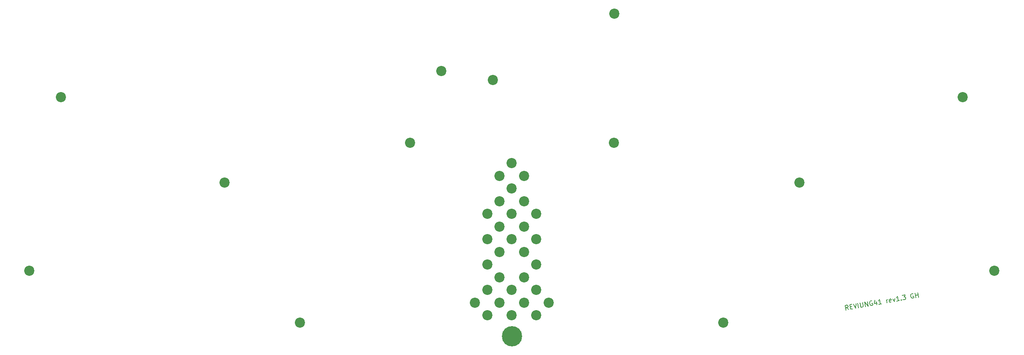
<source format=gts>
G04 #@! TF.GenerationSoftware,KiCad,Pcbnew,(5.1.9-0-10_14)*
G04 #@! TF.CreationDate,2021-05-25T11:07:59+09:00*
G04 #@! TF.ProjectId,pcb-top-plate,7063622d-746f-4702-9d70-6c6174652e6b,1.3*
G04 #@! TF.SameCoordinates,PX2faf080PY2faf080*
G04 #@! TF.FileFunction,Soldermask,Top*
G04 #@! TF.FilePolarity,Negative*
%FSLAX46Y46*%
G04 Gerber Fmt 4.6, Leading zero omitted, Abs format (unit mm)*
G04 Created by KiCad (PCBNEW (5.1.9-0-10_14)) date 2021-05-25 11:07:59*
%MOMM*%
%LPD*%
G01*
G04 APERTURE LIST*
%ADD10C,0.200000*%
%ADD11C,2.200000*%
%ADD12C,4.400000*%
G04 APERTURE END LIST*
D10*
X167786288Y-63021331D02*
X167375329Y-62610258D01*
X167223540Y-63120559D02*
X167049892Y-62135751D01*
X167425057Y-62069599D01*
X167527117Y-62099957D01*
X167582282Y-62138584D01*
X167645715Y-62224106D01*
X167670522Y-62364793D01*
X167640165Y-62466853D01*
X167601538Y-62522017D01*
X167516016Y-62585451D01*
X167140851Y-62651603D01*
X168117390Y-62431059D02*
X168445659Y-62373176D01*
X168677304Y-62864221D02*
X168208348Y-62946911D01*
X168034700Y-61962103D01*
X168503656Y-61879413D01*
X168785030Y-61829799D02*
X169286947Y-62756724D01*
X169441568Y-61714034D01*
X169943486Y-62640959D02*
X169769837Y-61656151D01*
X170238794Y-61573462D02*
X170379366Y-62370687D01*
X170442799Y-62456209D01*
X170497964Y-62494836D01*
X170600024Y-62525194D01*
X170787607Y-62492118D01*
X170873129Y-62428684D01*
X170911755Y-62373520D01*
X170942113Y-62271459D01*
X170801541Y-61474234D01*
X171444145Y-62376352D02*
X171270497Y-61391544D01*
X172006892Y-62277125D01*
X171833244Y-61292317D01*
X172826321Y-61165564D02*
X172724261Y-61135207D01*
X172583574Y-61160014D01*
X172451156Y-61231716D01*
X172373903Y-61342045D01*
X172343545Y-61444105D01*
X172329725Y-61639957D01*
X172354532Y-61780644D01*
X172434504Y-61959957D01*
X172497937Y-62045479D01*
X172608266Y-62122733D01*
X172757222Y-62144821D01*
X172851013Y-62128283D01*
X172983431Y-62056581D01*
X173022058Y-62001416D01*
X172964175Y-61673147D01*
X172776593Y-61706223D01*
X173766951Y-61289828D02*
X173882717Y-61946366D01*
X173466321Y-60956008D02*
X173355878Y-61700787D01*
X173965521Y-61593290D01*
X174914420Y-61764449D02*
X174351673Y-61863677D01*
X174633046Y-61814063D02*
X174459398Y-60829255D01*
X174390414Y-60986480D01*
X174313161Y-61096809D01*
X174227638Y-61160243D01*
X176086810Y-61557725D02*
X175971045Y-60901187D01*
X176004121Y-61088769D02*
X176034478Y-60986709D01*
X176073105Y-60931544D01*
X176158627Y-60868111D01*
X176252418Y-60851573D01*
X177063349Y-61337181D02*
X176977827Y-61400615D01*
X176790244Y-61433691D01*
X176688184Y-61403333D01*
X176624751Y-61317811D01*
X176558599Y-60942646D01*
X176588957Y-60840586D01*
X176674479Y-60777152D01*
X176862061Y-60744076D01*
X176964121Y-60774434D01*
X177027555Y-60859956D01*
X177044093Y-60953748D01*
X176591675Y-61130228D01*
X177331017Y-60661387D02*
X177681261Y-61276580D01*
X177799973Y-60578697D01*
X178806755Y-61078125D02*
X178244008Y-61177353D01*
X178525382Y-61127739D02*
X178351734Y-60142931D01*
X178282749Y-60300156D01*
X178205496Y-60410485D01*
X178119974Y-60473919D01*
X179212278Y-60909914D02*
X179267443Y-60948540D01*
X179228816Y-61003705D01*
X179173651Y-60965078D01*
X179212278Y-60909914D01*
X179228816Y-61003705D01*
X179430333Y-59952745D02*
X180039975Y-59845249D01*
X179777858Y-60278296D01*
X179918545Y-60253490D01*
X180020605Y-60283847D01*
X180075769Y-60322474D01*
X180139203Y-60407996D01*
X180180548Y-60642474D01*
X180150190Y-60744534D01*
X180111563Y-60799699D01*
X180026041Y-60863132D01*
X179744668Y-60912746D01*
X179642607Y-60882388D01*
X179587443Y-60843762D01*
X181736486Y-59594462D02*
X181634426Y-59564104D01*
X181493739Y-59588911D01*
X181361321Y-59660614D01*
X181284068Y-59770943D01*
X181253710Y-59873003D01*
X181239891Y-60068854D01*
X181264698Y-60209541D01*
X181344669Y-60388854D01*
X181408103Y-60474377D01*
X181518432Y-60551630D01*
X181667387Y-60573719D01*
X181761179Y-60557181D01*
X181893597Y-60485478D01*
X181932223Y-60430314D01*
X181874340Y-60102045D01*
X181686758Y-60135120D01*
X182370822Y-60449684D02*
X182197173Y-59464877D01*
X182279863Y-59933833D02*
X182842610Y-59834605D01*
X182933569Y-60350457D02*
X182759921Y-59365649D01*
D11*
X94750000Y-31260000D03*
X92080000Y-34010000D03*
X97420000Y-34010000D03*
X89440000Y-64270000D03*
X94750000Y-64280000D03*
X100080000Y-64280000D03*
X102750000Y-61520000D03*
X97430000Y-61520000D03*
X92080000Y-61520000D03*
X86740000Y-61520000D03*
X100080000Y-58770000D03*
X94760000Y-58770000D03*
X89440000Y-58770000D03*
X97420000Y-56010000D03*
X92080000Y-56020000D03*
X100070000Y-53270000D03*
X89440000Y-53270000D03*
X97420000Y-50510000D03*
X92090000Y-50510000D03*
X100070000Y-47770000D03*
X94750000Y-47770000D03*
X89440000Y-47770000D03*
X97420000Y-45010000D03*
X92080000Y-45010000D03*
X100070000Y-42270000D03*
X94760000Y-42270000D03*
X89440000Y-42270000D03*
X97420000Y-39510000D03*
X92080000Y-39510000D03*
X94760000Y-36770000D03*
X117000000Y1230000D03*
X90700000Y-13230000D03*
X79450000Y-11220000D03*
X199400000Y-54610000D03*
X192540000Y-16940000D03*
X157120000Y-35450000D03*
X140650000Y-65890000D03*
X116910000Y-26840000D03*
X48880000Y-65880000D03*
X72690000Y-26850000D03*
X32480000Y-35450000D03*
X-9800000Y-54610000D03*
X-2950000Y-16950000D03*
D12*
X94800000Y-68860000D03*
M02*

</source>
